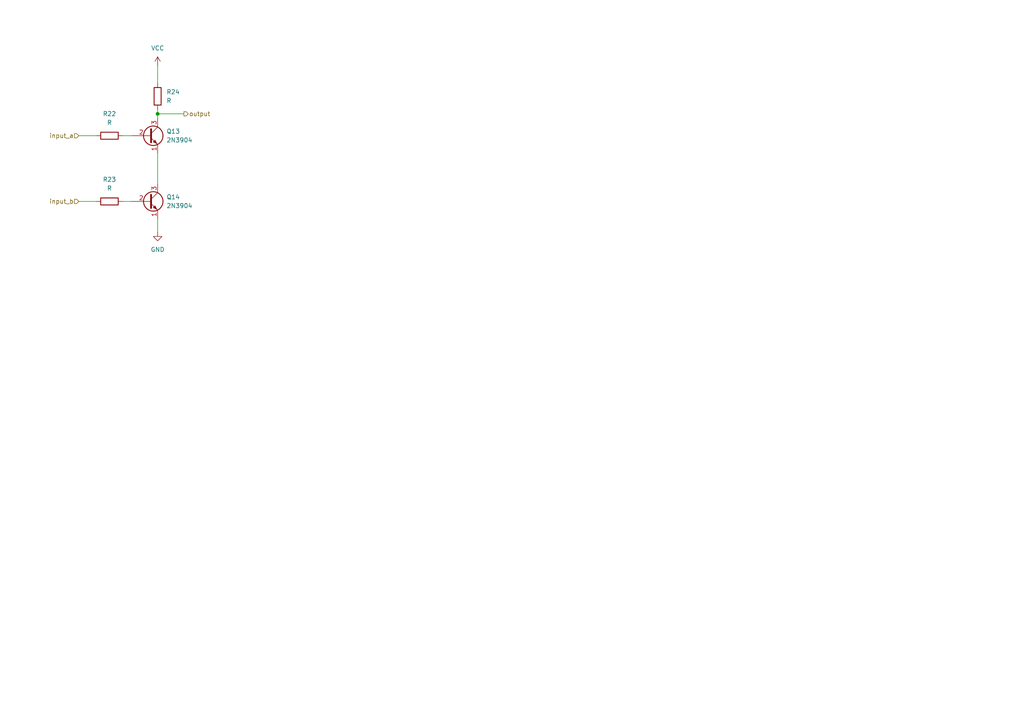
<source format=kicad_sch>
(kicad_sch (version 20230121) (generator eeschema)
  (paper "A4")
  (lib_symbols
    (symbol "Device:R" (pin_numbers hide) (pin_names (offset 0))
      (property "Reference" "R" (at 2.032 0 90))
      (property "Value" "R" (at 0 0 90))
      (symbol "R_0_1"
        (rectangle (start -1.016 -2.54) (end 1.016 2.54) (stroke (width 0.254)))
      )
      (symbol "R_1_1"
        (pin passive line (at 0 3.81 270) (length 1.27) (name "~") (number "1"))
        (pin passive line (at 0 -3.81 90) (length 1.27) (name "~") (number "2"))
      )
    )
    (symbol "Transistor_BJT:2N3904" (pin_names (offset 0) hide)
      (property "Reference" "Q" (at 5.08 1.905 0))
      (property "Value" "2N3904" (at 5.08 0 0))
      (symbol "2N3904_0_1"
        (polyline (pts (xy 0.635 0.635) (xy 2.54 2.54)))
        (polyline (pts (xy 0.635 -0.635) (xy 2.54 -2.54) (xy 2.54 -2.54)))
        (polyline (pts (xy 0.635 1.905) (xy 0.635 -1.905) (xy 0.635 -1.905)) (stroke (width 0.508)))
        (polyline (pts (xy 1.27 -1.778) (xy 1.778 -1.27) (xy 2.286 -2.286) (xy 1.27 -1.778) (xy 1.27 -1.778)) (fill (type outline)))
        (circle (center 1.27 0) (radius 2.8194) (stroke (width 0.254)))
      )
      (symbol "2N3904_1_1"
        (pin passive line (at 2.54 -5.08 90) (length 2.54) (name "E") (number "1"))
        (pin passive line (at -5.08 0 0) (length 5.715) (name "B") (number "2"))
        (pin passive line (at 2.54 5.08 270) (length 2.54) (name "C") (number "3"))
      )
    )
    (symbol "power:GND" (power) (pin_names (offset 0))
      (property "Value" "GND" (at 0 -3.81 0))
      (symbol "GND_0_1"
        (polyline (pts (xy 0 0) (xy 0 -1.27) (xy 1.27 -1.27) (xy 0 -2.54) (xy -1.27 -1.27) (xy 0 -1.27)))
      )
      (symbol "GND_1_1"
        (pin power_in line (at 0 0 270) (length 0) hide (name "GND") (number "1"))
      )
    )
    (symbol "power:VCC" (power) (pin_names (offset 0))
      (property "Value" "VCC" (at 0 3.81 0))
      (symbol "VCC_0_1"
        (polyline (pts (xy -0.762 1.27) (xy 0 2.54)))
        (polyline (pts (xy 0 0) (xy 0 2.54)))
        (polyline (pts (xy 0 2.54) (xy 0.762 1.27)))
      )
      (symbol "VCC_1_1"
        (pin power_in line (at 0 0 90) (length 0) hide (name "VCC") (number "1"))
      )
    )
  )
  (junction (at 45.72 33.02))
  (wire (pts (xy 45.72 19.05) (xy 45.72 24.13)))
  (wire (pts (xy 45.72 33.02) (xy 53.34 33.02)))
  (wire (pts (xy 22.86 58.42) (xy 27.94 58.42)))
  (wire (pts (xy 45.72 44.45) (xy 45.72 53.34)))
  (wire (pts (xy 45.72 33.02) (xy 45.72 34.29)))
  (wire (pts (xy 35.56 39.37) (xy 38.1 39.37)))
  (wire (pts (xy 22.86 39.37) (xy 27.94 39.37)))
  (wire (pts (xy 45.72 63.5) (xy 45.72 67.31)))
  (wire (pts (xy 45.72 31.75) (xy 45.72 33.02)))
  (wire (pts (xy 35.56 58.42) (xy 38.1 58.42)))
  (hierarchical_label "input_b" (shape input) (at 22.86 58.42 180))
  (hierarchical_label "input_a" (shape input) (at 22.86 39.37 180))
  (hierarchical_label "output" (shape output) (at 53.34 33.02 0))
  (symbol (lib_id "power:GND") (at 45.72 67.31 0) (unit 1)
    (property "Reference" "#PWR010" (effects hide))
    (property "Value" "GND" (at 45.72 72.39 0))
    (instances (project "1_bit_adder_rtl" (path "" (reference "#PWR010") (unit 1)) (path "" (reference "#PWR016") (unit 1))))
  )
  (symbol (lib_id "Device:R") (at 31.75 58.42 90) (unit 1)
    (property "Reference" "R23" (at 31.75 52.07 90))
    (property "Value" "R" (at 31.75 54.61 90))
    (instances (project "1_bit_adder_rtl" (path "" (reference "R23") (unit 1)) (path "" (reference "R15") (unit 1))))
  )
  (symbol (lib_id "Transistor_BJT:2N3904") (at 43.18 39.37 0) (unit 1)
    (property "Reference" "Q13" (at 48.26 38.1 0) (effects (justify left)))
    (property "Value" "2N3904" (at 48.26 40.64 0) (effects (justify left)))
    (property "Footprint" "Package_TO_SOT_THT:TO-92_Inline" (effects hide))
    (property "Datasheet" "https://www.onsemi.com/pub/Collateral/2N3903-D.PDF" (effects hide))
    (property "Sim.Device" "NPN" (effects hide))
    (property "Sim.Type" "VBIC" (effects hide))
    (property "Sim.Pins" "1=C 2=B 3=E" (effects hide))
    (instances (project "1_bit_adder_rtl" (path "" (reference "Q13") (unit 1)) (path "" (reference "Q8") (unit 1))))
  )
  (symbol (lib_id "Device:R") (at 45.72 27.94 0) (unit 1)
    (property "Reference" "R24" (at 48.26 26.67 0) (effects (justify left)))
    (property "Value" "R" (at 48.26 29.21 0) (effects (justify left)))
    (instances (project "1_bit_adder_rtl" (path "" (reference "R24") (unit 1)) (path "" (reference "R16") (unit 1))))
  )
  (symbol (lib_id "power:VCC") (at 45.72 19.05 0) (unit 1)
    (property "Reference" "#PWR09" (effects hide))
    (property "Value" "VCC" (at 45.72 13.97 0))
    (instances (project "1_bit_adder_rtl" (path "" (reference "#PWR09") (unit 1)) (path "" (reference "#PWR015") (unit 1))))
  )
  (symbol (lib_id "Transistor_BJT:2N3904") (at 43.18 58.42 0) (unit 1)
    (property "Reference" "Q14" (at 48.26 57.15 0) (effects (justify left)))
    (property "Value" "2N3904" (at 48.26 59.69 0) (effects (justify left)))
    (property "Footprint" "Package_TO_SOT_THT:TO-92_Inline" (effects hide))
    (property "Datasheet" "https://www.onsemi.com/pub/Collateral/2N3903-D.PDF" (effects hide))
    (property "Sim.Device" "NPN" (effects hide))
    (property "Sim.Type" "VBIC" (effects hide))
    (property "Sim.Pins" "1=C 2=B 3=E" (effects hide))
    (instances (project "1_bit_adder_rtl" (path "" (reference "Q14") (unit 1)) (path "" (reference "Q9") (unit 1))))
  )
  (symbol (lib_id "Device:R") (at 31.75 39.37 90) (unit 1)
    (property "Reference" "R22" (at 31.75 33.02 90))
    (property "Value" "R" (at 31.75 35.56 90))
    (instances (project "1_bit_adder_rtl" (path "" (reference "R22") (unit 1)) (path "" (reference "R14") (unit 1))))
  )
)
</source>
